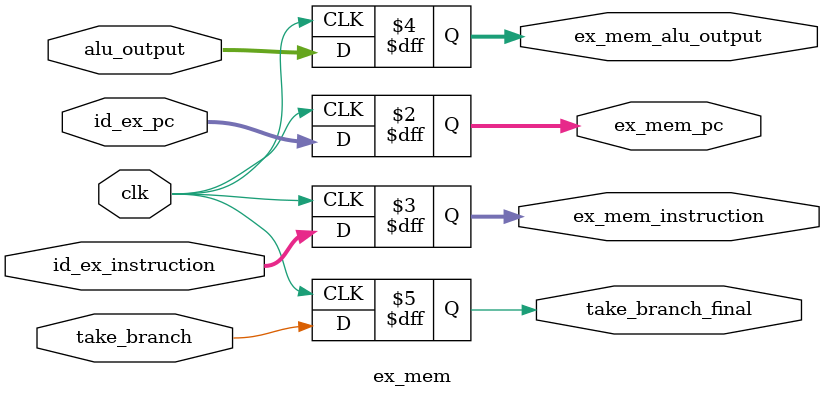
<source format=sv>
module ex_mem (output logic [31:0] ex_mem_pc, ex_mem_instruction,  
						output logic [31:0] ex_mem_alu_output, 
						output logic take_branch_final, 
						input logic [31:0] id_ex_pc, id_ex_instruction, 
						input logic [31:0]alu_output, 
						input logic take_branch,
						input logic clk); 

	
	// Saving logics from decode to execute stage 
	always_ff @ (posedge clk) begin
		ex_mem_pc <= id_ex_pc; 
		ex_mem_instruction <= id_ex_instruction; // instruction 
		ex_mem_alu_output <= alu_output; // not sure how to implement 
		take_branch_final <= take_branch; // not sure how to implement 
	end 
	
	
	// thoughts : if take branch is true, maybe add another logic  to see if branch instruction holds and if so, 
	// input same logic in pc and tell cpu to get rid of next 2 instructions 
endmodule 
</source>
